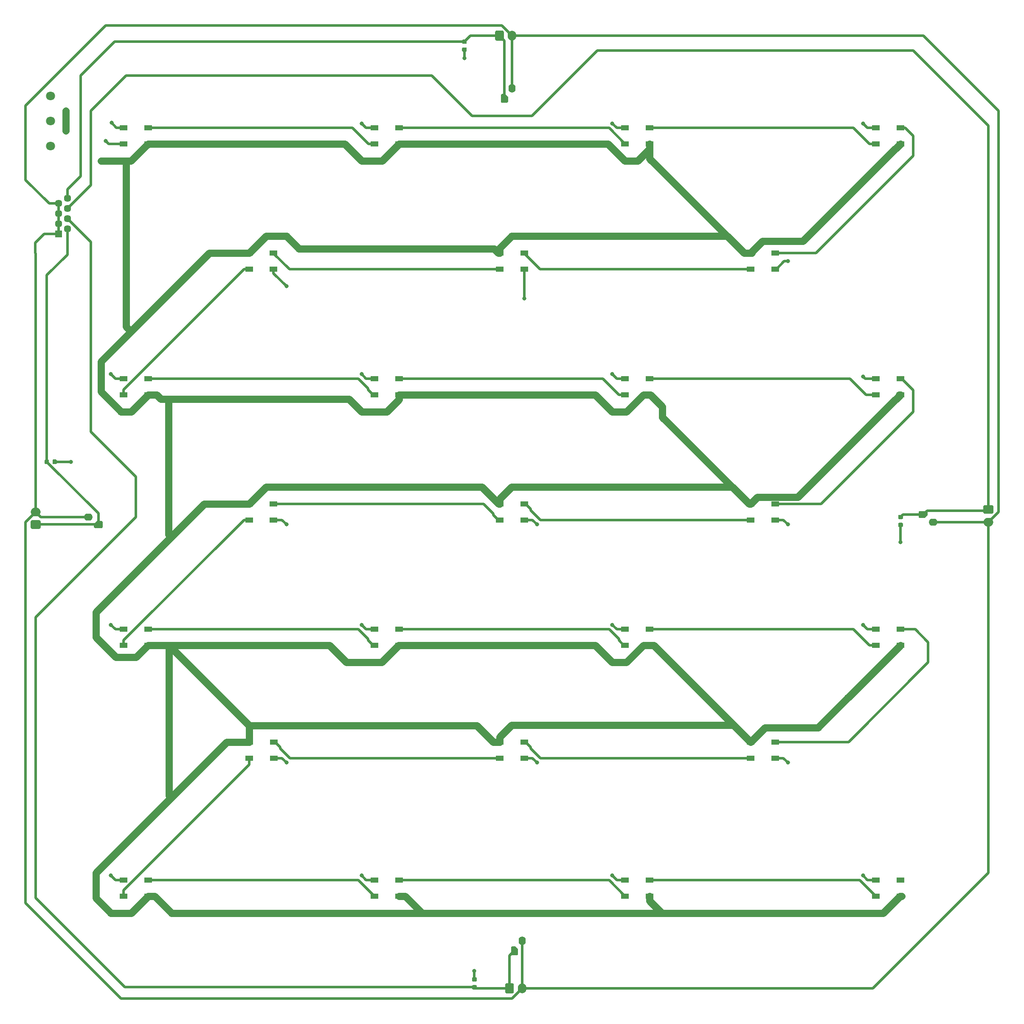
<source format=gbr>
G04 #@! TF.GenerationSoftware,KiCad,Pcbnew,(5.1.7-0-10_14)*
G04 #@! TF.CreationDate,2020-11-21T12:28:25-08:00*
G04 #@! TF.ProjectId,DDR Pad,44445220-5061-4642-9e6b-696361645f70,rev?*
G04 #@! TF.SameCoordinates,Original*
G04 #@! TF.FileFunction,Copper,L1,Top*
G04 #@! TF.FilePolarity,Positive*
%FSLAX46Y46*%
G04 Gerber Fmt 4.6, Leading zero omitted, Abs format (unit mm)*
G04 Created by KiCad (PCBNEW (5.1.7-0-10_14)) date 2020-11-21 12:28:25*
%MOMM*%
%LPD*%
G01*
G04 APERTURE LIST*
G04 #@! TA.AperFunction,ComponentPad*
%ADD10C,1.803400*%
G04 #@! TD*
G04 #@! TA.AperFunction,ComponentPad*
%ADD11O,1.750000X1.400000*%
G04 #@! TD*
G04 #@! TA.AperFunction,ComponentPad*
%ADD12C,0.100000*%
G04 #@! TD*
G04 #@! TA.AperFunction,ComponentPad*
%ADD13O,2.000000X1.700000*%
G04 #@! TD*
G04 #@! TA.AperFunction,ComponentPad*
%ADD14O,1.400000X1.750000*%
G04 #@! TD*
G04 #@! TA.AperFunction,ComponentPad*
%ADD15O,1.700000X2.000000*%
G04 #@! TD*
G04 #@! TA.AperFunction,ComponentPad*
%ADD16C,1.447800*%
G04 #@! TD*
G04 #@! TA.AperFunction,ComponentPad*
%ADD17R,1.447800X1.447800*%
G04 #@! TD*
G04 #@! TA.AperFunction,SMDPad,CuDef*
%ADD18R,1.500000X1.000000*%
G04 #@! TD*
G04 #@! TA.AperFunction,ViaPad*
%ADD19C,0.800000*%
G04 #@! TD*
G04 #@! TA.AperFunction,Conductor*
%ADD20C,1.400000*%
G04 #@! TD*
G04 #@! TA.AperFunction,Conductor*
%ADD21C,0.500000*%
G04 #@! TD*
G04 APERTURE END LIST*
D10*
X8000000Y-27000000D03*
X8000000Y-22000000D03*
X8000000Y-17000000D03*
G04 #@! TA.AperFunction,SMDPad,CuDef*
G36*
G01*
X8350000Y-90256250D02*
X8350000Y-89743750D01*
G75*
G02*
X8568750Y-89525000I218750J0D01*
G01*
X9006250Y-89525000D01*
G75*
G02*
X9225000Y-89743750I0J-218750D01*
G01*
X9225000Y-90256250D01*
G75*
G02*
X9006250Y-90475000I-218750J0D01*
G01*
X8568750Y-90475000D01*
G75*
G02*
X8350000Y-90256250I0J218750D01*
G01*
G37*
G04 #@! TD.AperFunction*
G04 #@! TA.AperFunction,SMDPad,CuDef*
G36*
G01*
X6775000Y-90256250D02*
X6775000Y-89743750D01*
G75*
G02*
X6993750Y-89525000I218750J0D01*
G01*
X7431250Y-89525000D01*
G75*
G02*
X7650000Y-89743750I0J-218750D01*
G01*
X7650000Y-90256250D01*
G75*
G02*
X7431250Y-90475000I-218750J0D01*
G01*
X6993750Y-90475000D01*
G75*
G02*
X6775000Y-90256250I0J218750D01*
G01*
G37*
G04 #@! TD.AperFunction*
G04 #@! TA.AperFunction,SMDPad,CuDef*
G36*
G01*
X92756250Y-193650000D02*
X92243750Y-193650000D01*
G75*
G02*
X92025000Y-193431250I0J218750D01*
G01*
X92025000Y-192993750D01*
G75*
G02*
X92243750Y-192775000I218750J0D01*
G01*
X92756250Y-192775000D01*
G75*
G02*
X92975000Y-192993750I0J-218750D01*
G01*
X92975000Y-193431250D01*
G75*
G02*
X92756250Y-193650000I-218750J0D01*
G01*
G37*
G04 #@! TD.AperFunction*
G04 #@! TA.AperFunction,SMDPad,CuDef*
G36*
G01*
X92756250Y-195225000D02*
X92243750Y-195225000D01*
G75*
G02*
X92025000Y-195006250I0J218750D01*
G01*
X92025000Y-194568750D01*
G75*
G02*
X92243750Y-194350000I218750J0D01*
G01*
X92756250Y-194350000D01*
G75*
G02*
X92975000Y-194568750I0J-218750D01*
G01*
X92975000Y-195006250D01*
G75*
G02*
X92756250Y-195225000I-218750J0D01*
G01*
G37*
G04 #@! TD.AperFunction*
G04 #@! TA.AperFunction,SMDPad,CuDef*
G36*
G01*
X177243750Y-102137500D02*
X177756250Y-102137500D01*
G75*
G02*
X177975000Y-102356250I0J-218750D01*
G01*
X177975000Y-102793750D01*
G75*
G02*
X177756250Y-103012500I-218750J0D01*
G01*
X177243750Y-103012500D01*
G75*
G02*
X177025000Y-102793750I0J218750D01*
G01*
X177025000Y-102356250D01*
G75*
G02*
X177243750Y-102137500I218750J0D01*
G01*
G37*
G04 #@! TD.AperFunction*
G04 #@! TA.AperFunction,SMDPad,CuDef*
G36*
G01*
X177243750Y-100562500D02*
X177756250Y-100562500D01*
G75*
G02*
X177975000Y-100781250I0J-218750D01*
G01*
X177975000Y-101218750D01*
G75*
G02*
X177756250Y-101437500I-218750J0D01*
G01*
X177243750Y-101437500D01*
G75*
G02*
X177025000Y-101218750I0J218750D01*
G01*
X177025000Y-100781250D01*
G75*
G02*
X177243750Y-100562500I218750J0D01*
G01*
G37*
G04 #@! TD.AperFunction*
G04 #@! TA.AperFunction,SMDPad,CuDef*
G36*
G01*
X90243750Y-7350000D02*
X90756250Y-7350000D01*
G75*
G02*
X90975000Y-7568750I0J-218750D01*
G01*
X90975000Y-8006250D01*
G75*
G02*
X90756250Y-8225000I-218750J0D01*
G01*
X90243750Y-8225000D01*
G75*
G02*
X90025000Y-8006250I0J218750D01*
G01*
X90025000Y-7568750D01*
G75*
G02*
X90243750Y-7350000I218750J0D01*
G01*
G37*
G04 #@! TD.AperFunction*
G04 #@! TA.AperFunction,SMDPad,CuDef*
G36*
G01*
X90243750Y-5775000D02*
X90756250Y-5775000D01*
G75*
G02*
X90975000Y-5993750I0J-218750D01*
G01*
X90975000Y-6431250D01*
G75*
G02*
X90756250Y-6650000I-218750J0D01*
G01*
X90243750Y-6650000D01*
G75*
G02*
X90025000Y-6431250I0J218750D01*
G01*
X90025000Y-5993750D01*
G75*
G02*
X90243750Y-5775000I218750J0D01*
G01*
G37*
G04 #@! TD.AperFunction*
D11*
X15500000Y-101000000D03*
G04 #@! TA.AperFunction,ComponentPad*
D12*
G36*
X16629804Y-102401227D02*
G01*
X16644030Y-102354329D01*
X16667133Y-102311107D01*
X16698223Y-102273223D01*
X17098223Y-101873223D01*
X17136107Y-101842133D01*
X17179329Y-101819030D01*
X17226227Y-101804804D01*
X17275000Y-101800000D01*
X18125000Y-101800000D01*
X18173773Y-101804804D01*
X18220671Y-101819030D01*
X18263893Y-101842133D01*
X18301777Y-101873223D01*
X18332867Y-101911107D01*
X18355970Y-101954329D01*
X18370196Y-102001227D01*
X18375000Y-102050000D01*
X18375000Y-102950000D01*
X18370196Y-102998773D01*
X18355970Y-103045671D01*
X18332867Y-103088893D01*
X18301777Y-103126777D01*
X18263893Y-103157867D01*
X18220671Y-103180970D01*
X18173773Y-103195196D01*
X18125000Y-103200000D01*
X16875000Y-103200000D01*
X16826227Y-103195196D01*
X16779329Y-103180970D01*
X16736107Y-103157867D01*
X16698223Y-103126777D01*
X16667133Y-103088893D01*
X16644030Y-103045671D01*
X16629804Y-102998773D01*
X16625000Y-102950000D01*
X16625000Y-102450000D01*
X16629804Y-102401227D01*
G37*
G04 #@! TD.AperFunction*
D13*
X5000000Y-100000000D03*
G04 #@! TA.AperFunction,ComponentPad*
G36*
G01*
X5750000Y-103350000D02*
X4250000Y-103350000D01*
G75*
G02*
X4000000Y-103100000I0J250000D01*
G01*
X4000000Y-101900000D01*
G75*
G02*
X4250000Y-101650000I250000J0D01*
G01*
X5750000Y-101650000D01*
G75*
G02*
X6000000Y-101900000I0J-250000D01*
G01*
X6000000Y-103100000D01*
G75*
G02*
X5750000Y-103350000I-250000J0D01*
G01*
G37*
G04 #@! TD.AperFunction*
D14*
X102000000Y-185500000D03*
G04 #@! TA.AperFunction,ComponentPad*
D12*
G36*
X100598773Y-186629804D02*
G01*
X100645671Y-186644030D01*
X100688893Y-186667133D01*
X100726777Y-186698223D01*
X101126777Y-187098223D01*
X101157867Y-187136107D01*
X101180970Y-187179329D01*
X101195196Y-187226227D01*
X101200000Y-187275000D01*
X101200000Y-188125000D01*
X101195196Y-188173773D01*
X101180970Y-188220671D01*
X101157867Y-188263893D01*
X101126777Y-188301777D01*
X101088893Y-188332867D01*
X101045671Y-188355970D01*
X100998773Y-188370196D01*
X100950000Y-188375000D01*
X100050000Y-188375000D01*
X100001227Y-188370196D01*
X99954329Y-188355970D01*
X99911107Y-188332867D01*
X99873223Y-188301777D01*
X99842133Y-188263893D01*
X99819030Y-188220671D01*
X99804804Y-188173773D01*
X99800000Y-188125000D01*
X99800000Y-186875000D01*
X99804804Y-186826227D01*
X99819030Y-186779329D01*
X99842133Y-186736107D01*
X99873223Y-186698223D01*
X99911107Y-186667133D01*
X99954329Y-186644030D01*
X100001227Y-186629804D01*
X100050000Y-186625000D01*
X100550000Y-186625000D01*
X100598773Y-186629804D01*
G37*
G04 #@! TD.AperFunction*
D15*
X102000000Y-195000000D03*
G04 #@! TA.AperFunction,ComponentPad*
G36*
G01*
X98650000Y-195750000D02*
X98650000Y-194250000D01*
G75*
G02*
X98900000Y-194000000I250000J0D01*
G01*
X100100000Y-194000000D01*
G75*
G02*
X100350000Y-194250000I0J-250000D01*
G01*
X100350000Y-195750000D01*
G75*
G02*
X100100000Y-196000000I-250000J0D01*
G01*
X98900000Y-196000000D01*
G75*
G02*
X98650000Y-195750000I0J250000D01*
G01*
G37*
G04 #@! TD.AperFunction*
D14*
X100000000Y-15500000D03*
G04 #@! TA.AperFunction,ComponentPad*
D12*
G36*
X98598773Y-16629804D02*
G01*
X98645671Y-16644030D01*
X98688893Y-16667133D01*
X98726777Y-16698223D01*
X99126777Y-17098223D01*
X99157867Y-17136107D01*
X99180970Y-17179329D01*
X99195196Y-17226227D01*
X99200000Y-17275000D01*
X99200000Y-18125000D01*
X99195196Y-18173773D01*
X99180970Y-18220671D01*
X99157867Y-18263893D01*
X99126777Y-18301777D01*
X99088893Y-18332867D01*
X99045671Y-18355970D01*
X98998773Y-18370196D01*
X98950000Y-18375000D01*
X98050000Y-18375000D01*
X98001227Y-18370196D01*
X97954329Y-18355970D01*
X97911107Y-18332867D01*
X97873223Y-18301777D01*
X97842133Y-18263893D01*
X97819030Y-18220671D01*
X97804804Y-18173773D01*
X97800000Y-18125000D01*
X97800000Y-16875000D01*
X97804804Y-16826227D01*
X97819030Y-16779329D01*
X97842133Y-16736107D01*
X97873223Y-16698223D01*
X97911107Y-16667133D01*
X97954329Y-16644030D01*
X98001227Y-16629804D01*
X98050000Y-16625000D01*
X98550000Y-16625000D01*
X98598773Y-16629804D01*
G37*
G04 #@! TD.AperFunction*
D15*
X100000000Y-5000000D03*
G04 #@! TA.AperFunction,ComponentPad*
G36*
G01*
X96650000Y-5750000D02*
X96650000Y-4250000D01*
G75*
G02*
X96900000Y-4000000I250000J0D01*
G01*
X98100000Y-4000000D01*
G75*
G02*
X98350000Y-4250000I0J-250000D01*
G01*
X98350000Y-5750000D01*
G75*
G02*
X98100000Y-6000000I-250000J0D01*
G01*
X96900000Y-6000000D01*
G75*
G02*
X96650000Y-5750000I0J250000D01*
G01*
G37*
G04 #@! TD.AperFunction*
D11*
X184000000Y-102000000D03*
G04 #@! TA.AperFunction,ComponentPad*
D12*
G36*
X182870196Y-100598773D02*
G01*
X182855970Y-100645671D01*
X182832867Y-100688893D01*
X182801777Y-100726777D01*
X182401777Y-101126777D01*
X182363893Y-101157867D01*
X182320671Y-101180970D01*
X182273773Y-101195196D01*
X182225000Y-101200000D01*
X181375000Y-101200000D01*
X181326227Y-101195196D01*
X181279329Y-101180970D01*
X181236107Y-101157867D01*
X181198223Y-101126777D01*
X181167133Y-101088893D01*
X181144030Y-101045671D01*
X181129804Y-100998773D01*
X181125000Y-100950000D01*
X181125000Y-100050000D01*
X181129804Y-100001227D01*
X181144030Y-99954329D01*
X181167133Y-99911107D01*
X181198223Y-99873223D01*
X181236107Y-99842133D01*
X181279329Y-99819030D01*
X181326227Y-99804804D01*
X181375000Y-99800000D01*
X182625000Y-99800000D01*
X182673773Y-99804804D01*
X182720671Y-99819030D01*
X182763893Y-99842133D01*
X182801777Y-99873223D01*
X182832867Y-99911107D01*
X182855970Y-99954329D01*
X182870196Y-100001227D01*
X182875000Y-100050000D01*
X182875000Y-100550000D01*
X182870196Y-100598773D01*
G37*
G04 #@! TD.AperFunction*
D13*
X195000000Y-102000000D03*
G04 #@! TA.AperFunction,ComponentPad*
G36*
G01*
X194250000Y-98650000D02*
X195750000Y-98650000D01*
G75*
G02*
X196000000Y-98900000I0J-250000D01*
G01*
X196000000Y-100100000D01*
G75*
G02*
X195750000Y-100350000I-250000J0D01*
G01*
X194250000Y-100350000D01*
G75*
G02*
X194000000Y-100100000I0J250000D01*
G01*
X194000000Y-98900000D01*
G75*
G02*
X194250000Y-98650000I250000J0D01*
G01*
G37*
G04 #@! TD.AperFunction*
D16*
X11318000Y-37444000D03*
X9540000Y-38460000D03*
X11318000Y-39476000D03*
X9540000Y-40492000D03*
X11318000Y-41508000D03*
X9540000Y-42524000D03*
X11318000Y-43540000D03*
D17*
X9540000Y-44556000D03*
D18*
X177450000Y-176600000D03*
X177450000Y-173400000D03*
X172550000Y-176600000D03*
X172550000Y-173400000D03*
X127450000Y-176600000D03*
X127450000Y-173400000D03*
X122550000Y-176600000D03*
X122550000Y-173400000D03*
X77450000Y-176600000D03*
X77450000Y-173400000D03*
X72550000Y-176600000D03*
X72550000Y-173400000D03*
X27450000Y-176600000D03*
X27450000Y-173400000D03*
X22550000Y-176600000D03*
X22550000Y-173400000D03*
X47600000Y-145900000D03*
X47600000Y-149100000D03*
X52500000Y-145900000D03*
X52500000Y-149100000D03*
X97550000Y-145900000D03*
X97550000Y-149100000D03*
X102450000Y-145900000D03*
X102450000Y-149100000D03*
X147550000Y-145900000D03*
X147550000Y-149100000D03*
X152450000Y-145900000D03*
X152450000Y-149100000D03*
X177450000Y-126600000D03*
X177450000Y-123400000D03*
X172550000Y-126600000D03*
X172550000Y-123400000D03*
X127450000Y-126600000D03*
X127450000Y-123400000D03*
X122550000Y-126600000D03*
X122550000Y-123400000D03*
X77450000Y-126600000D03*
X77450000Y-123400000D03*
X72550000Y-126600000D03*
X72550000Y-123400000D03*
X27450000Y-126600000D03*
X27450000Y-123400000D03*
X22550000Y-126600000D03*
X22550000Y-123400000D03*
X47550000Y-98400000D03*
X47550000Y-101600000D03*
X52450000Y-98400000D03*
X52450000Y-101600000D03*
X97550000Y-98400000D03*
X97550000Y-101600000D03*
X102450000Y-98400000D03*
X102450000Y-101600000D03*
X147550000Y-98400000D03*
X147550000Y-101600000D03*
X152450000Y-98400000D03*
X152450000Y-101600000D03*
X177450000Y-76600000D03*
X177450000Y-73400000D03*
X172550000Y-76600000D03*
X172550000Y-73400000D03*
X127450000Y-76600000D03*
X127450000Y-73400000D03*
X122550000Y-76600000D03*
X122550000Y-73400000D03*
X77450000Y-76600000D03*
X77450000Y-73400000D03*
X72550000Y-76600000D03*
X72550000Y-73400000D03*
X27450000Y-76600000D03*
X27450000Y-73400000D03*
X22550000Y-76600000D03*
X22550000Y-73400000D03*
X147550000Y-48400000D03*
X147550000Y-51600000D03*
X152450000Y-48400000D03*
X152450000Y-51600000D03*
X97550000Y-48400000D03*
X97550000Y-51600000D03*
X102450000Y-48400000D03*
X102450000Y-51600000D03*
X47550000Y-48400000D03*
X47550000Y-51600000D03*
X52450000Y-48400000D03*
X52450000Y-51600000D03*
X177450000Y-26600000D03*
X177450000Y-23400000D03*
X172550000Y-26600000D03*
X172550000Y-23400000D03*
X127450000Y-26600000D03*
X127450000Y-23400000D03*
X122550000Y-26600000D03*
X122550000Y-23400000D03*
X77450000Y-26600000D03*
X77450000Y-23400000D03*
X72550000Y-26600000D03*
X72550000Y-23400000D03*
X27450000Y-26600000D03*
X27450000Y-23400000D03*
X22550000Y-26600000D03*
X22550000Y-23400000D03*
D19*
X18000000Y-30000000D03*
X11000000Y-24000000D03*
X11000000Y-20000000D03*
X20112653Y-22387347D03*
X70000000Y-22500000D03*
X120000000Y-22500000D03*
X170000000Y-22500000D03*
X155000000Y-50000000D03*
X120000000Y-72500000D03*
X70000000Y-72500000D03*
X20000000Y-72500000D03*
X55000000Y-102500000D03*
X105000000Y-102500000D03*
X155000000Y-102500000D03*
X170000000Y-122500000D03*
X120000000Y-122500000D03*
X70000000Y-122500000D03*
X20000000Y-122500000D03*
X55000000Y-150000000D03*
X105000000Y-150000000D03*
X155000000Y-150000000D03*
X170000000Y-172500000D03*
X120000000Y-172500000D03*
X70000000Y-172500000D03*
X20000000Y-172500000D03*
X177500000Y-106000000D03*
X90500000Y-9500000D03*
X55000000Y-55000000D03*
X92500000Y-191500000D03*
X102450000Y-57450000D03*
X170000000Y-73000000D03*
X12000000Y-90000000D03*
X19000000Y-26000000D03*
D20*
X127450000Y-27600000D02*
X127450000Y-26600000D01*
X125050000Y-30000000D02*
X127450000Y-27600000D01*
X122500000Y-30000000D02*
X125050000Y-30000000D01*
X119100000Y-26600000D02*
X122500000Y-30000000D01*
X77450000Y-26600000D02*
X119100000Y-26600000D01*
X177500000Y-26650000D02*
X177450000Y-26600000D01*
X147800000Y-48400000D02*
X147550000Y-48400000D01*
X97550000Y-47400000D02*
X99950000Y-45000000D01*
X97550000Y-48400000D02*
X97550000Y-47400000D01*
X146300000Y-48400000D02*
X147550000Y-48400000D01*
X99950000Y-45000000D02*
X142900000Y-45000000D01*
X27450000Y-76600000D02*
X29100000Y-76600000D01*
X29100000Y-76600000D02*
X30000000Y-77500000D01*
X77450000Y-77600000D02*
X77450000Y-76600000D01*
X75050000Y-80000000D02*
X77450000Y-77600000D01*
X70000000Y-80000000D02*
X75050000Y-80000000D01*
X67500000Y-77500000D02*
X70000000Y-80000000D01*
X77450000Y-76600000D02*
X116600000Y-76600000D01*
X116600000Y-76600000D02*
X120000000Y-80000000D01*
X126200000Y-76600000D02*
X127450000Y-76600000D01*
X120000000Y-80000000D02*
X122800000Y-80000000D01*
X177200000Y-76600000D02*
X177450000Y-76600000D01*
X147300000Y-98400000D02*
X147550000Y-98400000D01*
X97550000Y-97400000D02*
X99950000Y-95000000D01*
X97550000Y-98400000D02*
X97550000Y-97400000D01*
X143900000Y-95000000D02*
X144450000Y-95550000D01*
X99950000Y-95000000D02*
X143900000Y-95000000D01*
X130000000Y-81100000D02*
X144450000Y-95550000D01*
X144450000Y-95550000D02*
X147300000Y-98400000D01*
X27450000Y-126600000D02*
X31600000Y-126600000D01*
X31600000Y-126600000D02*
X32500000Y-127500000D01*
X47600000Y-145900000D02*
X47600000Y-142600000D01*
X47600000Y-142600000D02*
X32500000Y-127500000D01*
X93000000Y-142600000D02*
X47600000Y-142600000D01*
X96300000Y-145900000D02*
X93000000Y-142600000D01*
X97550000Y-145900000D02*
X96300000Y-145900000D01*
X97550000Y-144900000D02*
X99950000Y-142500000D01*
X97550000Y-145900000D02*
X97550000Y-144900000D01*
X177700000Y-176600000D02*
X177450000Y-176600000D01*
X127450000Y-177600000D02*
X127450000Y-176600000D01*
X129850000Y-180000000D02*
X127450000Y-177600000D01*
X82100000Y-180000000D02*
X129850000Y-180000000D01*
X78700000Y-176600000D02*
X82100000Y-180000000D01*
X77450000Y-176600000D02*
X78700000Y-176600000D01*
X28700000Y-176600000D02*
X27450000Y-176600000D01*
X82100000Y-180000000D02*
X32100000Y-180000000D01*
X77450000Y-126600000D02*
X116600000Y-126600000D01*
X116600000Y-126600000D02*
X120000000Y-130000000D01*
X126200000Y-126600000D02*
X127450000Y-126600000D01*
X122800000Y-130000000D02*
X126200000Y-126600000D01*
X120000000Y-130000000D02*
X122800000Y-130000000D01*
X172500000Y-180000000D02*
X172000000Y-180000000D01*
X172000000Y-180000000D02*
X129850000Y-180000000D01*
X177400000Y-176600000D02*
X174000000Y-180000000D01*
X177450000Y-176600000D02*
X177400000Y-176600000D01*
X172000000Y-180000000D02*
X174000000Y-180000000D01*
X176499999Y-77550001D02*
X176449999Y-77550001D01*
X177450000Y-76600000D02*
X176499999Y-77550001D01*
X176449999Y-77550001D02*
X157000000Y-97000000D01*
X148950000Y-97000000D02*
X147550000Y-98400000D01*
X157000000Y-97000000D02*
X148950000Y-97000000D01*
X127450000Y-26600000D02*
X127450000Y-29550000D01*
X145950000Y-48050000D02*
X146300000Y-48400000D01*
X127450000Y-29550000D02*
X145950000Y-48050000D01*
X142900000Y-45000000D02*
X145950000Y-48050000D01*
X176499999Y-27550001D02*
X176449999Y-27550001D01*
X177450000Y-26600000D02*
X176499999Y-27550001D01*
X176449999Y-27550001D02*
X158000000Y-46000000D01*
X149950000Y-46000000D02*
X147550000Y-48400000D01*
X158000000Y-46000000D02*
X149950000Y-46000000D01*
X128250000Y-126600000D02*
X147550000Y-145900000D01*
X127450000Y-126600000D02*
X128250000Y-126600000D01*
X144150000Y-142500000D02*
X147550000Y-145900000D01*
X99950000Y-142500000D02*
X144150000Y-142500000D01*
X177450000Y-126600000D02*
X167050000Y-137000000D01*
X167050000Y-137000000D02*
X167000000Y-137000000D01*
X167000000Y-137000000D02*
X161000000Y-143000000D01*
X150450000Y-143000000D02*
X147550000Y-145900000D01*
X161000000Y-143000000D02*
X150450000Y-143000000D01*
X31050000Y-178950000D02*
X28700000Y-176600000D01*
X32100000Y-180000000D02*
X31050000Y-178950000D01*
X27500000Y-26650000D02*
X27450000Y-26600000D01*
X122800000Y-80000000D02*
X126200000Y-76600000D01*
X127600000Y-76600000D02*
X130000000Y-79000000D01*
X127450000Y-76600000D02*
X127600000Y-76600000D01*
X130000000Y-79000000D02*
X130000000Y-81100000D01*
X97400000Y-98400000D02*
X97550000Y-98400000D01*
X51000000Y-95000000D02*
X94000000Y-95000000D01*
X94000000Y-95000000D02*
X97400000Y-98400000D01*
X47600000Y-98400000D02*
X51000000Y-95000000D01*
X47550000Y-98400000D02*
X47600000Y-98400000D01*
X47550000Y-98400000D02*
X44100000Y-98400000D01*
X27450000Y-26600000D02*
X27400000Y-26600000D01*
X27400000Y-26600000D02*
X24000000Y-30000000D01*
X70000000Y-30000000D02*
X66600000Y-26600000D01*
X66600000Y-26600000D02*
X27450000Y-26600000D01*
X74050000Y-30000000D02*
X70000000Y-30000000D01*
X77450000Y-26600000D02*
X74050000Y-30000000D01*
X47550000Y-48400000D02*
X39600000Y-48400000D01*
X18000000Y-70000000D02*
X18000000Y-76000000D01*
X18000000Y-76000000D02*
X22000000Y-80000000D01*
X24050000Y-80000000D02*
X27450000Y-76600000D01*
X22000000Y-80000000D02*
X24050000Y-80000000D01*
X50950000Y-45000000D02*
X47550000Y-48400000D01*
X57500000Y-47500000D02*
X55000000Y-45000000D01*
X97550000Y-48400000D02*
X97300000Y-48400000D01*
X55000000Y-45000000D02*
X50950000Y-45000000D01*
X97300000Y-48400000D02*
X96400000Y-47500000D01*
X96400000Y-47500000D02*
X57500000Y-47500000D01*
X17000000Y-125000000D02*
X21000000Y-129000000D01*
X27400000Y-126600000D02*
X27450000Y-126600000D01*
X25000000Y-129000000D02*
X27400000Y-126600000D01*
X17000000Y-120000000D02*
X17000000Y-125000000D01*
X21000000Y-129000000D02*
X25000000Y-129000000D01*
X47550000Y-98400000D02*
X38600000Y-98400000D01*
X44100000Y-145900000D02*
X47600000Y-145900000D01*
X43100000Y-145900000D02*
X44100000Y-145900000D01*
X24050000Y-180000000D02*
X20000000Y-180000000D01*
X17000000Y-177000000D02*
X17000000Y-172000000D01*
X20000000Y-180000000D02*
X17000000Y-177000000D01*
X27450000Y-176600000D02*
X24050000Y-180000000D01*
X23000000Y-30000000D02*
X23000000Y-63000000D01*
X23000000Y-63000000D02*
X24000000Y-64000000D01*
X23000000Y-30000000D02*
X24000000Y-30000000D01*
X24000000Y-64000000D02*
X18000000Y-70000000D01*
X39600000Y-48400000D02*
X24000000Y-64000000D01*
X18000000Y-30000000D02*
X23000000Y-30000000D01*
X31500000Y-104500000D02*
X32000000Y-105000000D01*
X31500000Y-77500000D02*
X31500000Y-104500000D01*
X30000000Y-77500000D02*
X31500000Y-77500000D01*
X38600000Y-98400000D02*
X32000000Y-105000000D01*
X32000000Y-105000000D02*
X17000000Y-120000000D01*
X31500000Y-77500000D02*
X67500000Y-77500000D01*
X31600000Y-126600000D02*
X31600000Y-156600000D01*
X31600000Y-156600000D02*
X32000000Y-157000000D01*
X32000000Y-157000000D02*
X43100000Y-145900000D01*
X17000000Y-172000000D02*
X32000000Y-157000000D01*
X63600000Y-126600000D02*
X31600000Y-126600000D01*
X67000000Y-130000000D02*
X63600000Y-126600000D01*
X74000000Y-130000000D02*
X67000000Y-130000000D01*
X77400000Y-126600000D02*
X74000000Y-130000000D01*
X77450000Y-126600000D02*
X77400000Y-126600000D01*
D21*
X98500000Y-6000000D02*
X97500000Y-5000000D01*
X98500000Y-17500000D02*
X98500000Y-6000000D01*
X97500000Y-5000000D02*
X96712500Y-5000000D01*
X91712500Y-5000000D02*
X90500000Y-6212500D01*
X97500000Y-5000000D02*
X91712500Y-5000000D01*
X11318000Y-35682000D02*
X11318000Y-37444000D01*
X14000000Y-33000000D02*
X11318000Y-35682000D01*
X14000000Y-15000000D02*
X14000000Y-33000000D01*
X20787500Y-6212500D02*
X14000000Y-13000000D01*
X90500000Y-6212500D02*
X20787500Y-6212500D01*
X14000000Y-15000000D02*
X14000000Y-13000000D01*
X182774999Y-99725001D02*
X182000000Y-100500000D01*
X194774999Y-99725001D02*
X182774999Y-99725001D01*
X195000000Y-99500000D02*
X194774999Y-99725001D01*
X178000000Y-100500000D02*
X177500000Y-101000000D01*
X182000000Y-100500000D02*
X178000000Y-100500000D01*
X180000000Y-8000000D02*
X195000000Y-23000000D01*
X117000000Y-8000000D02*
X180000000Y-8000000D01*
X84000000Y-13000000D02*
X92000000Y-21000000D01*
X195000000Y-23000000D02*
X195000000Y-99500000D01*
X104000000Y-21000000D02*
X117000000Y-8000000D01*
X92000000Y-21000000D02*
X104000000Y-21000000D01*
X23000000Y-13000000D02*
X84000000Y-13000000D01*
X16000000Y-20000000D02*
X23000000Y-13000000D01*
X16000000Y-34794000D02*
X16000000Y-20000000D01*
X11318000Y-39476000D02*
X16000000Y-34794000D01*
X99500000Y-188500000D02*
X100500000Y-187500000D01*
X99500000Y-195000000D02*
X99500000Y-188500000D01*
X92712500Y-195000000D02*
X92500000Y-194787500D01*
X99500000Y-195000000D02*
X92712500Y-195000000D01*
X16000000Y-46190000D02*
X11318000Y-41508000D01*
X25000000Y-93000000D02*
X16000000Y-84000000D01*
X25000000Y-101000000D02*
X25000000Y-93000000D01*
X5000000Y-121000000D02*
X25000000Y-101000000D01*
X5000000Y-177000000D02*
X5000000Y-121000000D01*
X16000000Y-84000000D02*
X16000000Y-46190000D01*
X22787500Y-194787500D02*
X5000000Y-177000000D01*
X92500000Y-194787500D02*
X22787500Y-194787500D01*
X5000000Y-102500000D02*
X17500000Y-102500000D01*
X17212500Y-102212500D02*
X17500000Y-102500000D01*
X17500000Y-100287500D02*
X7212500Y-90000000D01*
X17500000Y-102500000D02*
X17500000Y-100287500D01*
X11318000Y-48682000D02*
X11318000Y-43540000D01*
X7212500Y-52787500D02*
X11318000Y-48682000D01*
X7212500Y-90000000D02*
X7212500Y-52787500D01*
D20*
X11000000Y-20000000D02*
X11000000Y-24000000D01*
D21*
X22550000Y-23400000D02*
X21125306Y-23400000D01*
X21125306Y-23400000D02*
X20112653Y-22387347D01*
X72550000Y-23400000D02*
X70900000Y-23400000D01*
X70900000Y-23400000D02*
X70000000Y-22500000D01*
X122550000Y-23400000D02*
X120900000Y-23400000D01*
X120900000Y-23400000D02*
X120000000Y-22500000D01*
X172550000Y-23400000D02*
X170900000Y-23400000D01*
X170900000Y-23400000D02*
X170000000Y-22500000D01*
X154300000Y-50000000D02*
X155000000Y-50000000D01*
X152450000Y-51600000D02*
X152700000Y-51600000D01*
X152700000Y-51600000D02*
X154300000Y-50000000D01*
X122550000Y-73400000D02*
X120900000Y-73400000D01*
X120900000Y-73400000D02*
X120000000Y-72500000D01*
X72550000Y-73400000D02*
X70900000Y-73400000D01*
X70900000Y-73400000D02*
X70000000Y-72500000D01*
X22550000Y-73400000D02*
X20900000Y-73400000D01*
X20900000Y-73400000D02*
X20000000Y-72500000D01*
X52450000Y-101600000D02*
X54100000Y-101600000D01*
X54100000Y-101600000D02*
X55000000Y-102500000D01*
X102450000Y-101600000D02*
X104100000Y-101600000D01*
X104100000Y-101600000D02*
X105000000Y-102500000D01*
X152450000Y-101600000D02*
X154100000Y-101600000D01*
X154100000Y-101600000D02*
X155000000Y-102500000D01*
X172550000Y-123400000D02*
X170900000Y-123400000D01*
X170900000Y-123400000D02*
X170000000Y-122500000D01*
X122550000Y-123400000D02*
X120900000Y-123400000D01*
X120900000Y-123400000D02*
X120000000Y-122500000D01*
X72550000Y-123400000D02*
X70900000Y-123400000D01*
X70900000Y-123400000D02*
X70000000Y-122500000D01*
X22550000Y-123400000D02*
X20900000Y-123400000D01*
X20900000Y-123400000D02*
X20000000Y-122500000D01*
X52500000Y-149100000D02*
X54100000Y-149100000D01*
X54100000Y-149100000D02*
X55000000Y-150000000D01*
X102450000Y-149100000D02*
X104100000Y-149100000D01*
X104100000Y-149100000D02*
X105000000Y-150000000D01*
X152450000Y-149100000D02*
X154100000Y-149100000D01*
X154100000Y-149100000D02*
X155000000Y-150000000D01*
X172550000Y-173400000D02*
X170900000Y-173400000D01*
X170900000Y-173400000D02*
X170000000Y-172500000D01*
X122550000Y-173400000D02*
X120900000Y-173400000D01*
X120900000Y-173400000D02*
X120000000Y-172500000D01*
X72550000Y-173400000D02*
X70900000Y-173400000D01*
X70900000Y-173400000D02*
X70000000Y-172500000D01*
X22550000Y-173400000D02*
X20900000Y-173400000D01*
X20900000Y-173400000D02*
X20000000Y-172500000D01*
X177500000Y-102575000D02*
X177500000Y-106000000D01*
X90500000Y-7787500D02*
X90500000Y-9500000D01*
X52450000Y-51600000D02*
X52450000Y-52450000D01*
X52450000Y-52450000D02*
X55000000Y-55000000D01*
X92500000Y-193212500D02*
X92500000Y-191500000D01*
X102450000Y-51600000D02*
X102450000Y-57450000D01*
X170400000Y-73400000D02*
X170000000Y-73000000D01*
X172550000Y-73400000D02*
X170400000Y-73400000D01*
X8787500Y-90000000D02*
X12000000Y-90000000D01*
X71400000Y-26600000D02*
X72550000Y-26600000D01*
X68200000Y-23400000D02*
X71400000Y-26600000D01*
X27450000Y-23400000D02*
X68200000Y-23400000D01*
X22550000Y-26600000D02*
X22300000Y-26600000D01*
X19600000Y-26600000D02*
X19000000Y-26000000D01*
X22550000Y-26600000D02*
X19600000Y-26600000D01*
X77450000Y-23400000D02*
X119350000Y-23400000D01*
X122550000Y-26600000D02*
X119350000Y-23400000D01*
X128700000Y-23400000D02*
X127450000Y-23400000D01*
X168100000Y-23400000D02*
X128700000Y-23400000D01*
X171300000Y-26600000D02*
X168100000Y-23400000D01*
X172550000Y-26600000D02*
X171300000Y-26600000D01*
X69350000Y-173400000D02*
X72550000Y-176600000D01*
X27450000Y-173400000D02*
X69350000Y-173400000D01*
X152450000Y-48400000D02*
X153450000Y-48400000D01*
X177450000Y-23400000D02*
X178400000Y-23400000D01*
X178400000Y-23400000D02*
X180000000Y-25000000D01*
X180000000Y-25000000D02*
X180000000Y-29000000D01*
X160600000Y-48400000D02*
X152450000Y-48400000D01*
X180000000Y-29000000D02*
X160600000Y-48400000D01*
X119350000Y-173400000D02*
X77450000Y-173400000D01*
X122550000Y-176600000D02*
X119350000Y-173400000D01*
X78700000Y-73400000D02*
X77450000Y-73400000D01*
X118100000Y-73400000D02*
X78700000Y-73400000D01*
X121300000Y-76600000D02*
X118100000Y-73400000D01*
X122550000Y-76600000D02*
X121300000Y-76600000D01*
X169350000Y-173400000D02*
X127450000Y-173400000D01*
X172550000Y-176600000D02*
X169350000Y-173400000D01*
X127700000Y-73400000D02*
X127450000Y-73400000D01*
X127450000Y-73400000D02*
X167400000Y-73400000D01*
X170600000Y-76600000D02*
X172550000Y-76600000D01*
X167400000Y-73400000D02*
X170600000Y-76600000D01*
X177700000Y-73400000D02*
X180000000Y-75700000D01*
X177450000Y-73400000D02*
X177700000Y-73400000D01*
X180000000Y-75700000D02*
X180000000Y-80000000D01*
X161600000Y-98400000D02*
X152450000Y-98400000D01*
X180000000Y-80000000D02*
X161600000Y-98400000D01*
X102700000Y-98400000D02*
X102450000Y-98400000D01*
X103700000Y-99400000D02*
X102700000Y-98400000D01*
X103700000Y-99650000D02*
X103700000Y-99400000D01*
X105650000Y-101600000D02*
X103700000Y-99650000D01*
X147550000Y-101600000D02*
X105650000Y-101600000D01*
X97300000Y-101600000D02*
X97550000Y-101600000D01*
X96300000Y-100600000D02*
X97300000Y-101600000D01*
X96300000Y-100350000D02*
X96300000Y-100600000D01*
X94350000Y-98400000D02*
X96300000Y-100350000D01*
X52450000Y-98400000D02*
X94350000Y-98400000D01*
X22550000Y-125600000D02*
X22550000Y-126600000D01*
X46550000Y-101600000D02*
X22550000Y-125600000D01*
X47550000Y-101600000D02*
X46550000Y-101600000D01*
X72300000Y-126600000D02*
X72550000Y-126600000D01*
X71300000Y-125600000D02*
X72300000Y-126600000D01*
X71300000Y-125350000D02*
X71300000Y-125600000D01*
X69350000Y-123400000D02*
X71300000Y-125350000D01*
X27450000Y-123400000D02*
X69350000Y-123400000D01*
X122300000Y-126600000D02*
X122550000Y-126600000D01*
X121300000Y-125600000D02*
X122300000Y-126600000D01*
X121300000Y-125350000D02*
X121300000Y-125600000D01*
X119350000Y-123400000D02*
X121300000Y-125350000D01*
X77450000Y-123400000D02*
X119350000Y-123400000D01*
X172300000Y-126600000D02*
X172550000Y-126600000D01*
X128700000Y-123400000D02*
X127450000Y-123400000D01*
X168100000Y-123400000D02*
X128700000Y-123400000D01*
X171300000Y-126600000D02*
X168100000Y-123400000D01*
X172550000Y-126600000D02*
X171300000Y-126600000D01*
X177450000Y-123400000D02*
X180400000Y-123400000D01*
X180400000Y-123400000D02*
X183000000Y-126000000D01*
X183000000Y-126000000D02*
X183000000Y-130000000D01*
X167100000Y-145900000D02*
X152450000Y-145900000D01*
X183000000Y-130000000D02*
X167100000Y-145900000D01*
X102700000Y-145900000D02*
X102450000Y-145900000D01*
X103700000Y-146900000D02*
X102700000Y-145900000D01*
X103700000Y-147150000D02*
X103700000Y-146900000D01*
X105650000Y-149100000D02*
X103700000Y-147150000D01*
X147550000Y-149100000D02*
X105650000Y-149100000D01*
X52750000Y-145900000D02*
X52500000Y-145900000D01*
X53750000Y-146900000D02*
X52750000Y-145900000D01*
X53750000Y-147150000D02*
X53750000Y-146900000D01*
X55700000Y-149100000D02*
X53750000Y-147150000D01*
X97550000Y-149100000D02*
X55700000Y-149100000D01*
X9540000Y-44556000D02*
X9540000Y-38460000D01*
X100000000Y-15500000D02*
X100000000Y-5000000D01*
X195000000Y-102000000D02*
X184000000Y-102000000D01*
X102000000Y-195000000D02*
X102000000Y-185500000D01*
X6000000Y-101000000D02*
X5000000Y-100000000D01*
X15500000Y-101000000D02*
X6000000Y-101000000D01*
X195000000Y-102000000D02*
X195000000Y-172000000D01*
X172000000Y-195000000D02*
X102000000Y-195000000D01*
X195000000Y-172000000D02*
X172000000Y-195000000D01*
X182000000Y-5000000D02*
X100000000Y-5000000D01*
X102000000Y-195000000D02*
X100000000Y-197000000D01*
X100000000Y-197000000D02*
X22000000Y-197000000D01*
X6684518Y-44556000D02*
X9540000Y-44556000D01*
X4898999Y-46341519D02*
X6684518Y-44556000D01*
X5000000Y-100000000D02*
X4898999Y-99898999D01*
X3000000Y-102000000D02*
X5000000Y-100000000D01*
X3000000Y-178000000D02*
X3000000Y-102000000D01*
X22000000Y-197000000D02*
X3000000Y-178000000D01*
X197000000Y-20000000D02*
X197000000Y-100000000D01*
X197000000Y-100000000D02*
X195000000Y-102000000D01*
X197000000Y-20000000D02*
X182000000Y-5000000D01*
X4898999Y-48358481D02*
X4898999Y-46341519D01*
X5000000Y-48459482D02*
X4898999Y-48358481D01*
X5000000Y-100000000D02*
X5000000Y-48459482D01*
X98000000Y-3000000D02*
X100000000Y-5000000D01*
X19000000Y-3000000D02*
X98000000Y-3000000D01*
X3000000Y-19000000D02*
X19000000Y-3000000D01*
X3000000Y-33759482D02*
X3000000Y-19000000D01*
X7700518Y-38460000D02*
X3000000Y-33759482D01*
X9540000Y-38460000D02*
X7700518Y-38460000D01*
X102450000Y-48450000D02*
X105600000Y-51600000D01*
X102450000Y-48400000D02*
X102450000Y-48450000D01*
X147550000Y-51600000D02*
X105600000Y-51600000D01*
X52450000Y-48450000D02*
X55600000Y-51600000D01*
X52450000Y-48400000D02*
X52450000Y-48450000D01*
X97550000Y-51600000D02*
X55600000Y-51600000D01*
X22550000Y-75600000D02*
X22550000Y-76600000D01*
X46550000Y-51600000D02*
X22550000Y-75600000D01*
X47550000Y-51600000D02*
X46550000Y-51600000D01*
X72300000Y-76600000D02*
X72550000Y-76600000D01*
X71300000Y-75600000D02*
X72300000Y-76600000D01*
X71300000Y-75350000D02*
X71300000Y-75600000D01*
X69350000Y-73400000D02*
X71300000Y-75350000D01*
X27450000Y-73400000D02*
X69350000Y-73400000D01*
X22550000Y-175600000D02*
X22550000Y-176600000D01*
X22550000Y-175460002D02*
X22550000Y-175600000D01*
X47600000Y-150410002D02*
X22550000Y-175460002D01*
X47600000Y-149100000D02*
X47600000Y-150410002D01*
M02*

</source>
